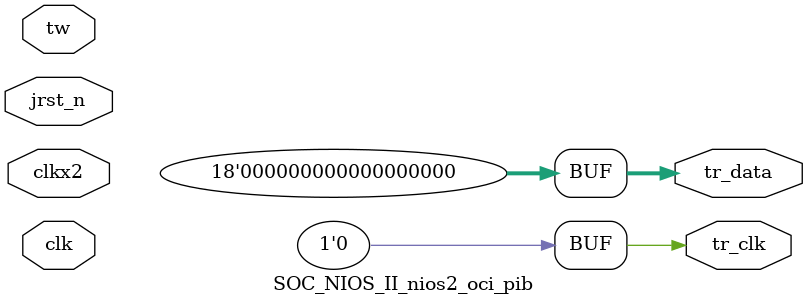
<source format=v>
module SOC_NIOS_II_nios2_oci_pib (
                                    clk,
                                    clkx2,
                                    jrst_n,
                                    tw,
                                    tr_clk,
                                    tr_data
                                 )
;
  output           tr_clk;
  output  [ 17: 0] tr_data;
  input            clk;
  input            clkx2;
  input            jrst_n;
  input   [ 35: 0] tw;
  wire             phase;
  wire             tr_clk;
  reg              tr_clk_reg ;
  wire    [ 17: 0] tr_data;
  reg     [ 17: 0] tr_data_reg ;
  reg              x1 ;
  reg              x2 ;
  assign phase = x1^x2;
  always @(posedge clk or negedge jrst_n)
    begin
      if (jrst_n == 0)
          x1 <= 0;
      else 
        x1 <= ~x1;
    end
  always @(posedge clkx2 or negedge jrst_n)
    begin
      if (jrst_n == 0)
        begin
          x2 <= 0;
          tr_clk_reg <= 0;
          tr_data_reg <= 0;
        end
      else 
        begin
          x2 <= x1;
          tr_clk_reg <= ~phase;
          tr_data_reg <= phase ?   tw[17 : 0] :   tw[35 : 18];
        end
    end
  assign tr_clk = 0 ? tr_clk_reg : 0;
  assign tr_data = 0 ? tr_data_reg : 0;
endmodule
</source>
